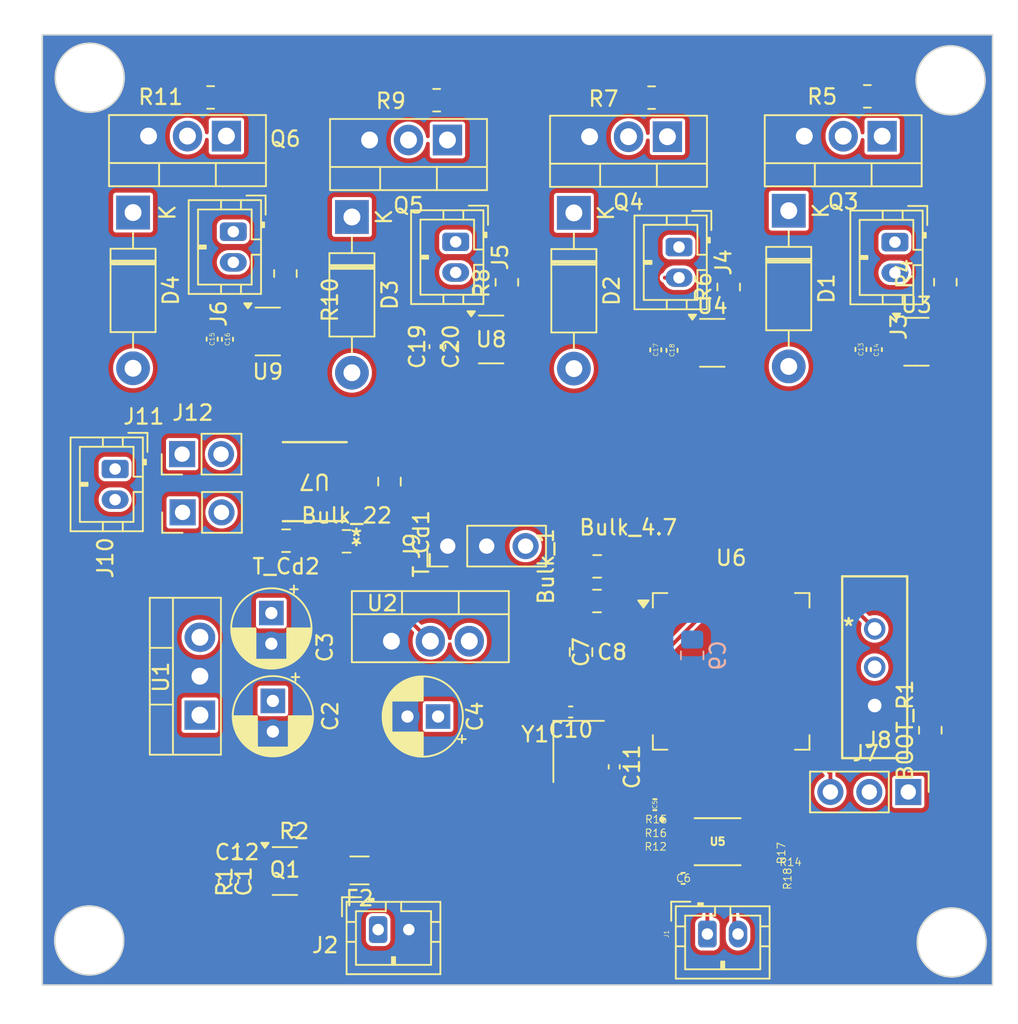
<source format=kicad_pcb>
(kicad_pcb (version 20241229) (generator "pcbnew") (generator_version "9.0")
  (layers (0 "F.Cu" signal) (4 "In1.Cu" signal) (6 "In2.Cu" signal) (2 "B.Cu" signal) (13 "F.Paste" user) (15 "B.Paste" user) (5 "F.SilkS" user "F.Silkscreen") (7 "B.SilkS" user "B.Silkscreen") (1 "F.Mask" user) (3 "B.Mask" user) (25 "Edge.Cuts" user))
  (net 0 "")
  (net 1 "GND")
  (net 2 "SLN1-")
  (net 3 "SLN2-")
  (net 4 "SLN3-")
  (net 5 "SLN4-")
  (net 6 "Net-(J8-Pin_2)")
  (net 7 "SDA")
  (net 8 "SCL")
  (net 9 "Net-(Q3-G)")
  (net 10 "Net-(Q4-G)")
  (net 11 "Net-(Q5-G)")
  (net 12 "Net-(Q6-G)")
  (net 13 "12V")
  (net 14 "S1CTRL")
  (net 15 "S2CTRL")
  (net 16 "S3CTRL")
  (net 17 "S4CTRL")
  (net 18 "RCC_OSC_IN")
  (net 21 "RCC_OSC_OUT")
  (net 26 "SCL_ext")
  (net 27 "SDA_ext")
  (net 28 "Net-(U5-EN)")
  (net 29 "Net-(U5-READY)")
  (net 30 "/SWCLK")
  (net 31 "VBAT")
  (net 32 "+12V_fuse")
  (net 33 "/SWDIO")
  (net 34 "/NRST")
  (net 52 "FDCAN_TX")
  (net 60 "USART1+")
  (net 62 "FDCAN_RX")
  (net 73 "USART1-")
  (net 74 "5V")
  (net 75 "CAN+")
  (net 76 "CAN-")
  (net 77 "3.3V")
  (net 78 "Net-(Q1-G)")
  (net 79 "Net-(Q1-S)")
  (net 80 "Net-(U3-OUT)")
  (net 81 "Net-(U4-OUT)")
  (net 82 "Net-(U8-OUT)")
  (net 83 "Net-(U9-OUT)")
  (footprint "Package_TO_SOT_SMD:SOT-23-5" (layer "F.Cu") (at 107.38 37.9275)
    (property "Reference" "U8")
    (property "Value" "MCP1416")
  )
  (footprint "Capacitor_SMD:C_0402_1005Metric" (layer "F.Cu") (at 104.7575 38.3975 90)
    (property "Reference" "C20")
    (property "Value" "1uF")
  )
  (footprint "Capacitor_SMD:C_0805_2012Metric_Pad1.18x1.45mm_HandSolder" (layer "F.Cu") (at 114.2995 52.732 180)
    (property "Reference" "Bulk_1")
    (property "Value" "1uF")
  )
  (footprint "Crystal:Crystal_SMD_3225-4Pin_3.2x2.5mm" (layer "F.Cu") (at 113.0925 64.8125 -90)
    (property "Reference" "Y1")
    (property "Value" "16Mhz")
  )
  (footprint "Connector_PinHeader_2.54mm:PinHeader_1x02_P2.54mm_Vertical" (layer "F.Cu") (at 87.218 45.4105 90)
    (property "Reference" "J11")
    (property "Value" "Conn_01x02")
  )
  (footprint "Capacitor_SMD:C_0402_1005Metric" (layer "F.Cu") (at 90.1775 37.9175 90)
    (property "Reference" "C16")
    (property "Value" "1uF")
  )
  (footprint "Package_QFP:LQFP-64_10x10mm_P0.5mm" (layer "F.Cu") (at 123.0425 59.5825)
    (property "Reference" "U6")
    (property "Value" "STM32G0B1RETx")
  )
  (footprint "Connector_JST:JST_PH_B2B-PH-K_1x02_P2.00mm_Vertical" (layer "F.Cu") (at 90.5575 30.8975 -90)
    (property "Reference" "J6")
    (property "Value" "2X1")
  )
  (footprint "Package_TO_SOT_THT:TO-220-3_Vertical" (layer "F.Cu") (at 88.38 62.44 90)
    (property "Reference" "U1")
    (property "Value" "L7805")
  )
  (footprint "Package_TO_SOT_THT:TO-220-3_Vertical" (layer "F.Cu") (at 90.1085 24.6575 180)
    (property "Reference" "Q6")
    (property "Value" "FQP30N06L")
  )
  (footprint "Capacitor_SMD:C_0201_0603Metric" (layer "F.Cu") (at 118.125 70.14 180)
    (property "Reference" "R16")
    (property "Value" "10k")
  )
  (footprint "Capacitor_SMD:C_0402_1005Metric" (layer "F.Cu") (at 131.5075 38.5775 90)
    (property "Reference" "C13")
    (property "Value" "1uF")
  )
  (footprint "Connector_JST:JST_PH_B2B-PH-K_1x02_P2.00mm_Vertical" (layer "F.Cu") (at 133.7275 31.5775 -90)
    (property "Reference" "J3")
    (property "Value" "2X1")
  )
  (footprint "Capacitor_SMD:C_0402_1005Metric" (layer "F.Cu") (at 118.1225 38.6075 90)
    (property "Reference" "C17")
    (property "Value" "0.1uF")
  )
  (footprint "Resistor_SMD:R_0805_2012Metric_Pad1.20x1.40mm_HandSolder" (layer "F.Cu") (at 103.8275 22.3175)
    (property "Reference" "R9")
    (property "Value" "10k")
  )
  (footprint "Capacitor_SMD:C_0402_1005Metric" (layer "F.Cu") (at 91.23 73.29 -90)
    (property "Reference" "C1")
    (property "Value" "10nF")
  )
  (footprint "Diode_THT:D_DO-41_SOD81_P10.16mm_Horizontal" (layer "F.Cu") (at 84.0175 29.6475 -90)
    (property "Reference" "D4")
    (property "Value" "1N47xxA")
  )
  (footprint "Capacitor_SMD:C_0805_2012Metric_Pad1.18x1.45mm_HandSolder" (layer "F.Cu") (at 97.9475 51.0975)
    (property "Reference" "Bulk_22")
    (property "Value" "22uF")
  )
  (footprint "Capacitor_SMD:C_0805_2012Metric_Pad1.18x1.45mm_HandSolder" (layer "F.Cu") (at 114.2895 54.992)
    (property "Reference" "Bulk_4.7")
    (property "Value" "4.7uF")
  )
  (footprint "Package_TO_SOT_SMD:SOT-23-5" (layer "F.Cu") (at 135.13 38.0775)
    (property "Reference" "U3")
    (property "Value" "MCP1416")
  )
  (footprint "Capacitor_THT:CP_Radial_D5.0mm_P2.00mm" (layer "F.Cu") (at 103.92 62.53 180)
    (property "Reference" "C4")
    (property "Value" "10u")
  )
  (footprint "Diode_THT:D_DO-41_SOD81_P10.16mm_Horizontal" (layer "F.Cu") (at 112.78 29.67 -90)
    (property "Reference" "D2")
    (property "Value" "1N47xxA")
  )
  (footprint "Connector_JST:JST_PH_B2B-PH-K_1x02_P2.00mm_Vertical" (layer "F.Cu") (at 82.8475 46.38 -90)
    (property "Reference" "J12")
    (property "Value" "2X1")
  )
  (footprint "Connector_JST:JST_PH_B2B-PH-K_1x02_P2.00mm_Vertical" (layer "F.Cu") (at 100.01 76.43)
    (property "Reference" "J2")
    (property "Value" "2X1")
  )
  (footprint "Resistor_SMD:R_0805_2012Metric_Pad1.20x1.40mm_HandSolder" (layer "F.Cu") (at 89.0775 22.1375)
    (property "Reference" "R11")
    (property "Value" "10k")
  )
  (footprint "Diode_THT:D_DO-41_SOD81_P10.16mm_Horizontal" (layer "F.Cu") (at 126.7975 29.5275 -90)
    (property "Reference" "D1")
    (property "Value" "1N47xxA")
  )
  (footprint "Capacitor_SMD:C_0201_0603Metric" (layer "F.Cu") (at 126.095 70.98 180)
    (property "Reference" "R14")
    (property "Value" "10k")
  )
  (footprint "Capacitor_SMD:C_0402_1005Metric" (layer "F.Cu") (at 118.065 68.28)
    (property "Reference" "C5")
    (property "Value" "0.1u")
  )
  (footprint "Connector_PinHeader_2.54mm:PinHeader_1x03_P2.54mm_Vertical" (layer "F.Cu") (at 104.55 51.41 90)
    (property "Reference" "J9")
    (property "Value" "Conn_01x03_Pin")
  )
  (footprint "Resistor_SMD:R_0805_2012Metric_Pad1.20x1.40mm_HandSolder" (layer "F.Cu") (at 136.037 63.422 90)
    (property "Reference" "BOOT_R1")
    (property "Value" "10k")
  )
  (footprint "Package_TO_SOT_SMD:SOT-23-5" (layer "F.Cu") (at 92.81 37.4075)
    (property "Reference" "U9")
    (property "Value" "MCP1416")
  )
  (footprint "Capacitor_SMD:C_0201_0603Metric" (layer "F.Cu") (at 126.065 71.78 180)
    (property "Reference" "R18")
    (property "Value" "10k")
  )
  (footprint "Capacitor_SMD:C_0805_2012Metric_Pad1.18x1.45mm_HandSolder" (layer "F.Cu") (at 100.7475 47.2 -90)
    (property "Reference" "T_Cd1")
    (property "Value" "100nF")
  )
  (footprint "Resistor_SMD:R_0805_2012Metric_Pad1.20x1.40mm_HandSolder" (layer "F.Cu") (at 117.85 22.15)
    (property "Reference" "R7")
    (property "Value" "10k")
  )
  (footprint "Package_TO_SOT_THT:TO-220-3_Vertical" (layer "F.Cu") (at 132.894 24.667 180)
    (property "Reference" "Q3")
    (property "Value" "FQP30N06L")
  )
  (footprint "Capacitor_SMD:C_0201_0603Metric" (layer "F.Cu") (at 118.15 69.24)
    (property "Reference" "R15")
    (property "Value" "10k")
  )
  (footprint "Capacitor_SMD:C_0402_1005Metric" (layer "F.Cu") (at 119.91 73.09)
    (property "Reference" "C6")
    (property "Value" "0.1u")
  )
  (footprint "Capacitor_SMD:C_0201_0603Metric" (layer "F.Cu") (at 126.11 70.07 180)
    (property "Reference" "R17")
    (property "Value" "10k")
  )
  (footprint "Capacitor_SMD:C_0402_1005Metric" (layer "F.Cu") (at 89.1775 37.9075 90)
    (property "Reference" "C15")
    (property "Value" "0.1uF")
  )
  (footprint "Connector_JST:JST_PH_B2B-PH-K_1x02_P2.00mm_Vertical" (layer "F.Cu") (at 121.49 76.72)
    (property "Reference" "J1")
    (property "Value" "2X1")
  )
  (footprint "Connector_PinHeader_2.54mm:PinHeader_1x03_P2.54mm_Vertical" (layer "F.Cu") (at 134.597 67.452 -90)
    (property "Reference" "J7")
    (property "Value" "Conn_01x03_Pin")
  )
  (footprint "Capacitor_SMD:C_0402_1005Metric_Pad0.74x0.62mm_HandSolder" (layer "F.Cu") (at 115.41 65.8125 -90)
    (property "Reference" "C11")
    (property "Value" "10pF")
  )
  (footprint "Package_TO_SOT_SMD:SOT-23-5" (layer "F.Cu") (at 121.81 38.1475)
    (property "Reference" "U4")
    (property "Value" "MCP1416")
  )
  (footprint "Capacitor_SMD:C_0805_2012Metric_Pad1.18x1.45mm_HandSolder" (layer "F.Cu") (at 115.267 58.3245 -90)
    (property "Reference" "C8")
    (property "Value" "100nF")
  )
  (footprint "Capacitor_SMD:C_0805_2012Metric_Pad1.18x1.45mm_HandSolder" (layer "F.Cu") (at 94.005 51.0575 180)
    (property "Reference" "T_Cd2")
    (property "Value" "100nF")
  )
  (footprint "Resistor_SMD:R_0805_2012Metric_Pad1.20x1.40mm_HandSolder" (layer "F.Cu") (at 137.0175 34.1875 90)
    (property "Reference" "R4")
    (property "Value" "330")
  )
  (footprint "Capacitor_THT:CP_Radial_D5.0mm_P2.00mm" (layer "F.Cu") (at 93.14 61.51 -90)
    (property "Reference" "C2")
    (property "Value" "10u")
  )
  (footprint "Capacitor_SMD:C_0201_0603Metric" (layer "F.Cu") (at 118.115 71.02 180)
    (property "Reference" "R12")
    (property "Value" "10k")
  )
  (footprint "custom_components:SOIC8_4P9X3P9MC_MCH" (layer "F.Cu") (at 95.8713 47.205 180)
    (property "Reference" "U7")
    (property "Value" "ATA6561-GAQW-N")
  )
  (footprint "Connector_PinHeader_2.54mm:PinHeader_1x02_P2.54mm_Vertical" (layer "F.Cu") (at 87.248 49.2105 90)
    (property "Reference" "J10")
    (property "Value" "Conn_01x02")
  )
  (footprint "Package_TO_SOT_THT:TO-220-3_Vertical" (layer "F.Cu") (at 104.5295 24.9135 180)
    (property "Reference" "Q5")
    (property "Value" "FQP30N06L")
  )
  (footprint "Diode_THT:D_DO-41_SOD81_P10.16mm_Horizontal" (layer "F.Cu") (at 98.2975 29.9375 -90)
    (property "Reference" "D3")
    (property "Value" "1N47xxA")
  )
  (footprint "Fuse:Fuse_1206_3216Metric" (layer "F.Cu") (at 98.79 72.57 180)
    (property "Reference" "F2")
    (property "Value" "10A")
  )
  (footprint "Package_TO_SOT_SMD:SOT-23-3" (layer "F.Cu") (at 93.9225 72.61)
    (property "Reference" "Q1")
    (property "Value" "NTR0202PLT1G OR Si2347DS")
  )
  (footprint "Resistor_SMD:R_0402_1005Metric" (layer "F.Cu") (at 94.5225 70.01 180)
    (property "Reference" "R2")
    (property "Value" "150k")
  )
  (footprint "Connector_JST:JST_PH_B2B-PH-K_1x02_P2.00mm_Vertical" (layer "F.Cu") (at 119.64 31.9 -90)
    (property "Reference" "J4")
    (property "Value" "2X1")
  )
  (footprint "Resistor_SMD:R_0805_2012Metric_Pad1.20x1.40mm_HandSolder" (layer "F.Cu") (at 108.4075 34.1975 90)
    (property "Reference" "R8")
    (property "Value" "330")
  )
  (footprint "Resistor_SMD:R_0805_2012Metric_Pad1.20x1.40mm_HandSolder" (layer "F.Cu") (at 93.9575 33.6275 90)
    (property "Reference" "R10")
    (property "Value" "330")
  )
  (footprint "Capacitor_SMD:C_0402_1005Metric_Pad0.74x0.62mm_HandSolder" (layer "F.Cu") (at 112.575 62.2325 180)
    (property "Reference" "C10")
    (property "Value" "10pF")
  )
  (footprint "Capacitor_SMD:C_0402_1005Metric" (layer "F.Cu") (at 119.1825 38.6375 90)
    (property "Reference" "C18")
    (property "Value" "1uF")
  )
  (footprint "TCA4307:SOP65P490X110-8N" (layer "F.Cu") (at 122.1575 70.6975)
    (property "Reference" "U5")
    (property "Value" "TCA4307")
  )
  (footprint "Capacitor_SMD:C_0805_2012Metric_Pad1.18x1.45mm_HandSolder" (layer "F.Cu") (at 113.247 58.3245 -90)
    (property "Reference" "C7")
    (property "Value" "100nF")
  )
  (footprint "Connector_JST:JST_PH_B2B-PH-K_1x02_P2.00mm_Vertical" (layer "F.Cu") (at 105.0675 31.5575 -90)
    (property "Reference" "J5")
    (property "Value" "2X1")
  )
  (footprint "Resistor_SMD:R_0402_1005Metric" (layer "F.Cu") (at 89.9875 73.31 -90)
    (property "Reference" "R1")
    (property "Value" "100k")
  )
  (footprint "Capacitor_THT:CP_Radial_D5.0mm_P2.00mm" (layer "F.Cu") (at 93.04 55.78 -90)
    (property "Reference" "C3")
    (property "Value" "10u")
  )
  (footprint "Capacitor_SMD:C_0402_1005Metric" (layer "F.Cu") (at 103.7175 38.3975 90)
    (property "Reference" "C19")
    (property "Value" "0.1uF")
  )
  (footprint "Resistor_SMD:R_0805_2012Metric_Pad1.20x1.40mm_HandSolder" (layer "F.Cu") (at 131.9275 22.0675)
    (property "Reference" "R5")
    (property "Value" "10k")
  )
  (footprint "Package_TO_SOT_THT:TO-220-3_Vertical" (layer "F.Cu") (at 118.884 24.699 180)
    (property "Reference" "Q4")
    (property "Value" "FQP30N06L")
  )
  (footprint "Capacitor_SMD:C_0402_1005Metric" (layer "F.Cu") (at 90.8 71.38 180)
    (property "Reference" "C12")
    (property "Value" "4.7u")
  )
  (footprint "custom_components:slide_switch_EGER1218_Thruster" (layer "F.Cu") (at 132.407 56.812)
    (property "Reference" "J8")
    (property "Value" "Conn_01x03")
  )
  (footprint "Capacitor_SMD:C_0402_1005Metric" (layer "F.Cu") (at 132.5175 38.5875 90)
    (property "Reference" "C14")
    (property "Value" "0.1uF")
  )
  (footprint "Resistor_SMD:R_0805_2012Metric_Pad1.20x1.40mm_HandSolder" (layer "F.Cu") (at 122.88 34.51 90)
    (property "Reference" "R6")
    (property "Value" "330")
  )
  (footprint "Package_TO_SOT_THT:TO-220-3_Vertical" (layer "F.Cu") (at 100.874888 57.615)
    (property "Reference" "U2")
    (property "Value" "LD1117V33")
  )
  (footprint "Capacitor_SMD:C_0805_2012Metric_Pad1.18x1.45mm_HandSolder" (layer "B.Cu") (at 120.4975 58.5425 90)
    (property "Reference" "C9")
    (property "Value" "100nF")
  )
  (gr_circle (center 137.43 77.27) (end 139.68 77.27) (stroke (width 0.1)) (fill no) (layer "Edge.Cuts"))
  (gr_circle (center 137.36 21.02) (end 139.61 21.02) (stroke (width 0.1)) (fill no) (layer "Edge.Cuts"))
  (gr_rect (start 78.093113 18.049887) (end 140.093113 80.049887) (stroke (width 0.1)) (fill no) (layer "Edge.Cuts"))
  (gr_circle (center 81.19 20.85) (end 83.44 20.85) (stroke (width 0.1)) (fill no) (layer "Edge.Cuts"))
  (gr_circle (center 81.16 77.14) (end 83.41 77.14) (stroke (width 0.1)) (fill no) (layer "Edge.Cuts"))
  (segment (start 118.71 33.9) (end 119.64 33.9) (width 0.25) (layer "F.Cu") (net 3))
  (segment (start 90.5575 33.2675) (end 90.5575 32.8975) (width 0.25) (layer "F.Cu") (net 5))
  (segment (start 120.0075 70.3725) (end 120.78014 70.3725) (width 0.25) (layer "F.Cu") (net 7))
  (segment (start 118.6775 70.3725) (end 120.0075 70.3725) (width 0.25) (layer "F.Cu") (net 7))
  (segment (start 120.78014 70.3725) (end 122.2925 68.86014) (width 0.25) (layer "F.Cu") (net 7))
  (segment (start 122.2925 68.86014) (end 122.2925 65.2575) (width 0.25) (layer "F.Cu") (net 7))
  (segment (start 118.445 70.14) (end 118.6775 70.3725) (width 0.25) (layer "F.Cu") (net 7))
  (segment (start 122.7925 65.2575) (end 122.7925 69.63014) (width 0.25) (layer "F.Cu") (net 8))
  (segment (start 123.53486 70.3725) (end 124.3075 70.3725) (width 0.25) (layer "F.Cu") (net 8))
  (segment (start 122.7925 69.63014) (end 123.53486 70.3725) (width 0.25) (layer "F.Cu") (net 8))
  (segment (start 125.4875 70.3725) (end 124.3075 70.3725) (width 0.25) (layer "F.Cu") (net 8))
  (segment (start 125.79 70.07) (end 125.4875 70.3725) (width 0.25) (layer "F.Cu") (net 8))
  (segment (start 112.2425 63.1325) (end 113.1425 62.2325) (width 0.25) (layer "F.Cu") (net 18))
  (segment (start 112.2425 63.7125) (end 112.2425 63.1325) (width 0.25) (layer "F.Cu") (net 18))
  (segment (start 123.2465 76.4765) (end 123.2465 71.14286) (width 0.25) (layer "F.Cu") (net 26))
  (segment (start 123.7815 70.98) (end 125.775 70.98) (width 0.25) (layer "F.Cu") (net 26))
  (segment (start 123.49 76.72) (end 123.2465 76.4765) (width 0.25) (layer "F.Cu") (net 26))
  (segment (start 123.45086 70.9385) (end 123.74 70.9385) (width 0.25) (layer "F.Cu") (net 26))
  (segment (start 123.2465 71.14286) (end 123.45086 70.9385) (width 0.25) (layer "F.Cu") (net 26))
  (segment (start 123.74 70.9385) (end 123.7815 70.98) (width 0.25) (layer "F.Cu") (net 26))
  (segment (start 121.49 71.73236) (end 121.49 76.72) (width 0.25) (layer "F.Cu") (net 27))
  (segment (start 120.78014 71.0225) (end 121.49 71.73236) (width 0.25) (layer "F.Cu") (net 27))
  (segment (start 120.0075 71.0225) (end 120.78014 71.0225) (width 0.25) (layer "F.Cu") (net 27))
  (segment (start 118.435 71.02) (end 120.005 71.02) (width 0.25) (layer "F.Cu") (net 27))
  (segment (start 120.0075 69.7225) (end 118.9525 69.7225) (width 0.25) (layer "F.Cu") (net 28))
  (segment (start 118.47 68.355) (end 118.545 68.28) (width 0.25) (layer "F.Cu") (net 28))
  (segment (start 118.47 69.24) (end 118.47 68.355) (width 0.25) (layer "F.Cu") (net 28))
  (segment (start 118.9525 69.7225) (end 118.47 69.24) (width 0.25) (layer "F.Cu") (net 28))
  (segment (start 125.6375 71.6725) (end 125.745 71.78) (width 0.25) (layer "F.Cu") (net 29))
  (segment (start 124.3075 71.6725) (end 125.6375 71.6725) (width 0.25) (layer "F.Cu") (net 29))
  (segment (start 129.517 67.452) (end 129.517 66.249919) (width 0.25) (layer "F.Cu") (net 34))
  (segment (start 129.517 66.249919) (end 124.599581 61.3325) (width 0.25) (layer "F.Cu") (net 34))
  (segment (start 124.599581 61.3325) (end 117.3675 61.3325) (width 0.25) (layer "F.Cu") (net 34))
  (segment (start 113.252 57.282) (end 113.247 57.287) (width 0.25) (layer "F.Cu") (net 77))
  (segment (start 126.415 70.98) (end 126.415 71.75) (width 0.25) (layer "F.Cu") (net 77))
  (segment (start 117.795 71.219999) (end 118.247501 71.6725) (width 0.25) (layer "F.Cu") (net 77))
  (segment (start 126.415 71.75) (end 126.385 71.78) (width 0.25) (layer "F.Cu") (net 77))
  (segment (start 126.43 70.07) (end 126.43 70.965) (width 0.25) (layer "F.Cu") (net 77))
  (segment (start 126.43 70.965) (end 126.415 70.98) (width 0.25) (layer "F.Cu") (net 77))
  (segment (start 120.39 73.09) (end 120.39 72.055) (width 0.25) (layer "F.Cu") (net 77))
  (segment (start 117.545 59.01) (end 117.3675 58.8325) (width 0.25) (layer "F.Cu") (net 77))
  (segment (start 96.1335 52.1485) (end 95.0425 51.0575) (width 0.25) (layer "F.Cu") (net 77))
  (segment (start 118.247501 71.6725) (end 120.0075 71.6725) (width 0.25) (layer "F.Cu") (net 77))
  (segment (start 113.262 54.982) (end 113.252 54.992) (width 0.25) (layer "F.Cu") (net 77))
  (segment (start 118.034178 59.01) (end 117.545 59.01) (width 0.25) (layer "F.Cu") (net 77))
  (segment (start 103.414888 57.615) (end 97.948388 52.1485) (width 0.25) (layer "F.Cu") (net 77))
  (segment (start 130.9515 55.3565) (end 121.687678 55.3565) (width 0.25) (layer "F.Cu") (net 77))
  (segment (start 113.262 52.732) (end 113.262 54.982) (width 0.25) (layer "F.Cu") (net 77))
  (segment (start 132.407 56.812) (end 130.9515 55.3565) (width 0.25) (layer "F.Cu") (net 77))
  (segment (start 120.39 72.055) (end 120.0075 71.6725) (width 0.25) (layer "F.Cu") (net 77))
  (segment (start 121.687678 55.3565) (end 118.034178 59.01) (width 0.25) (layer "F.Cu") (net 77))
  (segment (start 97.948388 52.1485) (end 96.1335 52.1485) (width 0.25) (layer "F.Cu") (net 77))
  (segment (start 103.92 62.53) (end 103.92 62.074) (width 0.25) (layer "F.Cu") (net 77))
  (segment (start 117.795 71.02) (end 117.795 71.219999) (width 0.25) (layer "F.Cu") (net 77))
  (segment (start 113.252 54.992) (end 113.252 57.282) (width 0.25) (layer "F.Cu") (net 77))
  (zone (net 1) (net_name "GND") (layer "F.Cu") (priority 4) (connect_pads yes (clearance 0.15)) (min_thickness 0.25) (fill yes (thermal_gap 0.5) (thermal_bridge_width 0.5))
    (polygon (pts (xy 76.17 16.32) (xy 141.317725 16.32) (xy 141.372887 82.514825) (xy 76.17 82.569206)))
  )
  (zone (net 1) (net_name "GND") (layer "B.Cu") (priority 5) (connect_pads yes (clearance 0.5)) (min_thickness 0.25) (fill yes (thermal_gap 0.5) (thermal_bridge_width 0.5))
    (polygon (pts (xy 76.17 16.32) (xy 141.763663 16.32) (xy 141.708487 82.31007) (xy 76.17 82.583833)))
  )
)
</source>
